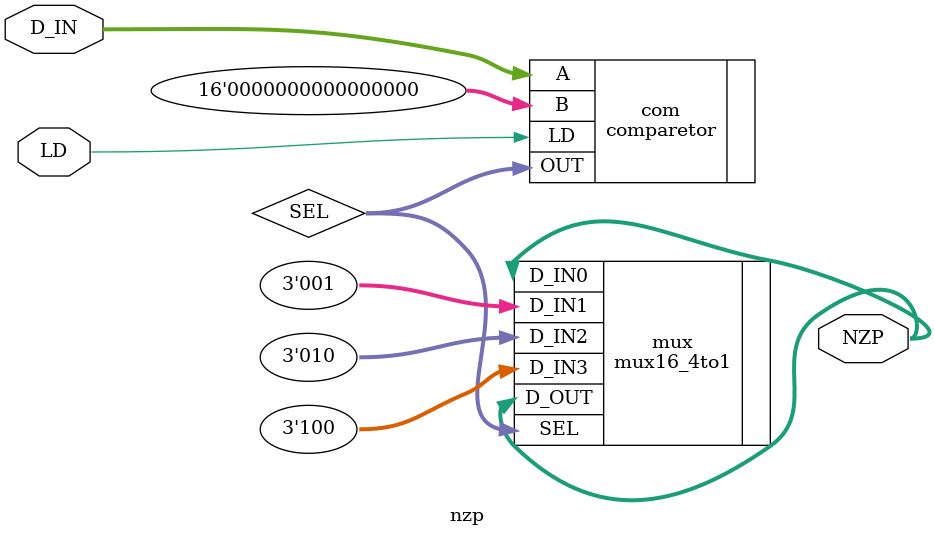
<source format=v>
module nzp (
	input [15:0]D_IN,
	input LD,
	output [2:0]NZP
);
	wire [1:0] SEL;
	comparetor com(.A(D_IN),.B({16{1'b0}}),.LD(LD),.OUT(SEL));
	mux16_4to1 #(3)mux(.SEL(SEL),.D_IN0(NZP),.D_IN1(3'b001),.D_IN2(3'b010),.D_IN3(3'b100),.D_OUT(NZP));
endmodule
</source>
